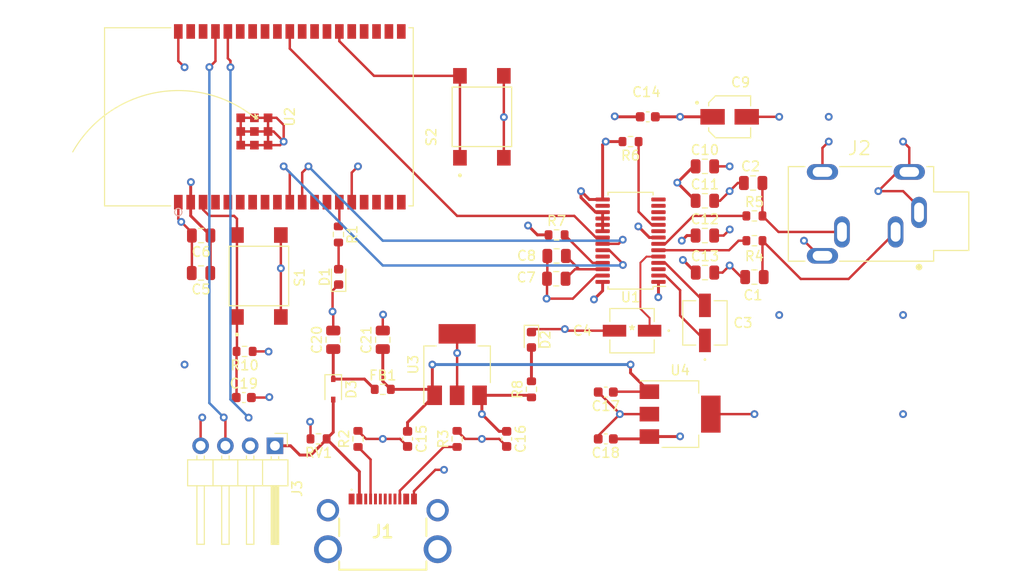
<source format=kicad_pcb>
(kicad_pcb (version 20211014) (generator pcbnew)
  (title_block (title "ESP32 Network DAC") (date "2022-11-06") (rev "0.1") (company "Pavlos Papaefstathiou"))
  (layers (0 "F.Cu" signal) (1 "In1.Cu" power) (2 "In2.Cu" signal) (3 "In3.Cu" power) (4 "In4.Cu" power) (31 "B.Cu" signal) (34 "B.Paste" user) (35 "F.Paste" user) (36 "B.SilkS" user "B.Silkscreen") (37 "F.SilkS" user "F.Silkscreen") (38 "B.Mask" user) (39 "F.Mask" user) (44 "Edge.Cuts" user))
  (net 0 "")
  (net 1 "GND")
  (net 2 "Net-(C1-Pad2)")
  (net 3 "Net-(C2-Pad1)")
  (net 4 "Net-(C3-Pad1)")
  (net 5 "Net-(C3-Pad2)")
  (net 6 "Net-(C4-Pad1)")
  (net 7 "+3V3")
  (net 8 "Net-(C7-Pad1)")
  (net 9 "+3.3VA")
  (net 10 "VBUS_FILT")
  (net 11 "RESET")
  (net 12 "/VBUS_RP")
  (net 13 "Net-(D1-Pad2)")
  (net 14 "Net-(D2-Pad2)")
  (net 15 "VBUS")
  (net 16 "Net-(J1-PadA5)")
  (net 20 "Net-(J1-PadB5)")
  (net 28 "ESP32_Tx")
  (net 29 "ESP32_Rx")
  (net 30 "/GPIO12")
  (net 31 "Net-(R4-Pad2)")
  (net 32 "Net-(R5-Pad1)")
  (net 33 "Net-(R6-Pad1)")
  (net 34 "Net-(R7-Pad2)")
  (net 35 "GPIO0")
  (net 37 "PCM_BCK")
  (net 38 "PCM_DIN")
  (net 39 "PCM_LRCK")
  (footprint "Resistor_SMD:R_0603_1608Metric" (layer "F.Cu") (at 154.94 111.76 180)
    (fp_text reference "R4")
    (fp_text value "470Ω" hide)
  )
  (footprint "Resistor_SMD:R_0603_1608Metric" (layer "F.Cu") (at 110.256081 132.074843 180)
    (fp_text reference "RV1")
    (fp_text value "CG0603MLU-05E" hide)
  )
  (footprint "library:CUI_SJ1-3533NS" (layer "F.Cu") (at 171.815 108.8625 180)
    (fp_text reference "J2")
    (fp_text value "SJ1-3533NS" hide)
  )
  (footprint "library:CAP_EEEFN1A100R" (layer "F.Cu") (at 152.4 99.06)
    (fp_text reference "C9")
    (fp_text value "10uF EEEFN1A100R")
  )
  (footprint "Connector_PinHeader_2.54mm:PinHeader_1x04_P2.54mm_Horizontal" (layer "F.Cu") (at 105.785207 132.785 -90)
    (fp_text reference "J3")
    (fp_text value "Conn_01x04_Male" hide)
  )
  (footprint "Package_TO_SOT_SMD:SOT-223-3_TabPin2" (layer "F.Cu") (at 124.46 124.46 90)
    (fp_text reference "U3")
    (fp_text value "MCP1825S")
  )
  (footprint "Capacitor_SMD:C_0805_2012Metric" (layer "F.Cu") (at 149.86 111.232691)
    (fp_text reference "C12")
    (fp_text value "0.1uF" hide)
  )
  (footprint "Capacitor_SMD:C_0805_2012Metric" (layer "F.Cu") (at 116.84 121.92 90)
    (fp_text reference "C21")
    (fp_text value "0.1uF")
  )
  (footprint "Resistor_SMD:R_0603_1608Metric" (layer "F.Cu") (at 102.673203 123.11011 180)
    (fp_text reference "R10")
    (fp_text value "100kΩ" hide)
  )
  (footprint "Capacitor_SMD:C_0805_2012Metric" (layer "F.Cu") (at 134.658248 113.324666 180)
    (fp_text reference "C8")
    (fp_text value "0.1uF" hide)
  )
  (footprint "Capacitor_SMD:C_0603_1608Metric" (layer "F.Cu") (at 144.005 99.06 180)
    (fp_text reference "C14")
    (fp_text value "1uF" hide)
  )
  (footprint "Capacitor_SMD:C_0603_1608Metric" (layer "F.Cu") (at 102.593295 127.839731)
    (fp_text reference "C19")
    (fp_text value "1uF" hide)
  )
  (footprint "Capacitor_SMD:C_0603_1608Metric" (layer "F.Cu") (at 129.54 132.08 -90)
    (fp_text reference "C16")
    (fp_text value "1uF")
  )
  (footprint "Resistor_SMD:R_0603_1608Metric" (layer "F.Cu") (at 134.658248 111.163632)
    (fp_text reference "R7")
    (fp_text value "1kΩ" hide)
  )
  (footprint "library:SW_TS07-667-37-BK-260-SMT-TR" (layer "F.Cu") (at 104.14 115.379384 90)
    (fp_text reference "S1")
    (fp_text value "TS07")
  )
  (footprint "Resistor_SMD:R_0603_1608Metric" (layer "F.Cu") (at 132.08 127 90)
    (fp_text reference "R8")
    (fp_text value "2k")
  )
  (footprint "library:ESP32-WROVER-EM213EH2864PH3Q0" (layer "F.Cu") (at 104.14 99.06 90)
    (fp_text reference "U2")
    (fp_text value "ESP32-WROVER-EM213EH2864PH3Q0" hide)
  )
  (footprint "Capacitor_SMD:C_0805_2012Metric" (layer "F.Cu") (at 98.220638 111.23007 180)
    (fp_text reference "C6")
    (fp_text value "0.1uF" hide)
  )
  (footprint "Resistor_SMD:R_0603_1608Metric" (layer "F.Cu") (at 142.24 101.6 180)
    (fp_text reference "R6")
    (fp_text value "10Ω" hide)
  )
  (footprint "Capacitor_SMD:C_0805_2012Metric" (layer "F.Cu") (at 149.86 104.14)
    (fp_text reference "C10")
    (fp_text value "0.1uF" hide)
  )
  (footprint "Resistor_SMD:R_0603_1608Metric" (layer "F.Cu") (at 154.94 109.22)
    (fp_text reference "R5")
    (fp_text value "470Ω" hide)
  )
  (footprint "Capacitor_SMD:C_0805_2012Metric" (layer "F.Cu") (at 149.86 107.668353)
    (fp_text reference "C11")
    (fp_text value "10uF" hide)
  )
  (footprint "Resistor_SMD:R_0603_1608Metric" (layer "F.Cu") (at 124.46 132.08 90)
    (fp_text reference "R3")
    (fp_text value "5k1")
  )
  (footprint "Capacitor_SMD:C_0603_1608Metric" (layer "F.Cu") (at 119.38 132.08 -90)
    (fp_text reference "C15")
    (fp_text value "1uF")
  )
  (footprint "library:USB4510031A" (layer "F.Cu") (at 116.84 142.24)
    (fp_text reference "J1")
    (fp_text value "USB4510-03-1-A" hide)
  )
  (footprint "Capacitor_SMD:C_0805_2012Metric" (layer "F.Cu") (at 149.871976 115.030151)
    (fp_text reference "C13")
    (fp_text value "0.1uF" hide)
  )
  (footprint "Diode_SMD:D_SOD-323" (layer "F.Cu") (at 111.76 127 -90)
    (fp_text reference "D3")
    (fp_text value "BAT165AX" hide)
  )
  (footprint "Capacitor_SMD:C_0805_2012Metric" (layer "F.Cu") (at 154.808584 105.845613 180)
    (fp_text reference "C2")
    (fp_text value "2.2nF" hide)
  )
  (footprint "Capacitor_SMD:C_0805_2012Metric" (layer "F.Cu") (at 154.939999 115.491049)
    (fp_text reference "C1")
    (fp_text value "2.2nF" hide)
  )
  (footprint "Capacitor_SMD:C_0805_2012Metric" (layer "F.Cu") (at 111.76 121.92 90)
    (fp_text reference "C20")
    (fp_text value "0.1uF")
  )
  (footprint "Resistor_SMD:R_0603_1608Metric" (layer "F.Cu") (at 112.294094 111.119086 -90)
    (fp_text reference "R1")
    (fp_text value "2k")
  )
  (footprint "Capacitor_SMD:C_0805_2012Metric" (layer "F.Cu") (at 98.204648 115.076472 180)
    (fp_text reference "C5")
    (fp_text value "10uF" hide)
  )
  (footprint "Capacitor_SMD:C_0603_1608Metric" (layer "F.Cu") (at 139.7 127.28 180)
    (fp_text reference "C17")
    (fp_text value "1uF")
  )
  (footprint "library:SW_TS07-667-37-BK-260-SMT-TR" (layer "F.Cu") (at 127 99.06 90)
    (fp_text reference "S2")
    (fp_text value "TS07")
  )
  (footprint "LED_SMD:LED_0603_1608Metric" (layer "F.Cu") (at 132.08 121.92 -90)
    (fp_text reference "D2")
    (fp_text value "LED_R")
  )
  (footprint "Resistor_SMD:R_0603_1608Metric" (layer "F.Cu") (at 116.84 127)
    (fp_text reference "FB1")
    (fp_text value "120R")
  )
  (footprint "Resistor_SMD:R_0603_1608Metric" (layer "F.Cu") (at 114.3 132.08 90)
    (fp_text reference "R2")
    (fp_text value "5k1")
  )
  (footprint "Package_TO_SOT_SMD:SOT-223-3_TabPin2" (layer "F.Cu") (at 147.32 129.54)
    (fp_text reference "U4")
    (fp_text value "MCP1825S")
  )
  (footprint "Capacitor_SMD:C_0805_2012Metric" (layer "F.Cu") (at 134.626266 115.660116 180)
    (fp_text reference "C7")
    (fp_text value "10uF" hide)
  )
  (footprint "Capacitor_SMD:C_0603_1608Metric" (layer "F.Cu") (at 139.7 132.08 180)
    (fp_text reference "C18")
    (fp_text value "1uF")
  )
  (footprint "library:UUQ1H2R2MCL1GB" (layer "F.Cu") (at 149.865689 120.188375 90)
    (fp_text reference "C3")
    (fp_text value "2.2uF UUQ1H2R2MCL1GB" hide)
  )
  (footprint "library:UUQ1H2R2MCL1GB" (layer "F.Cu") (at 142.394118 120.98704 180)
    (fp_text reference "C4")
    (fp_text value "2.2uF UUQ1H2R2MCL1GB" hide)
  )
  (footprint "Package_SO:TSSOP-28_4.4x9.7mm_P0.65mm" (layer "F.Cu") (at 142.24 111.76 180)
    (fp_text reference "U1")
    (fp_text value "PCM5122PW")
  )
  (footprint "LED_SMD:LED_0603_1608Metric" (layer "F.Cu") (at 112.311715 115.468814 90)
    (fp_text reference "D1")
    (fp_text value "LED_R")
  )
  (segment (start 139.7 101.6) (end 139.3775 101.9225) (width 0.3) (layer "F.Cu") (net 1))
  (segment (start 102.277268 101.964289) (end 102.277215 101.964236) (width 0.25) (layer "F.Cu") (net 1))
  (segment (start 98.165207 132.785) (end 98.165207 130.050702) (width 0.25) (layer "F.Cu") (net 1))
  (segment (start 139.3775 101.9225) (end 139.3775 107.535) (width 0.3) (layer "F.Cu") (net 1))
  (segment (start 106.315764 101.964236) (end 106.68 101.6) (width 0.25) (layer "F.Cu") (net 1))
  (segment (start 151.669849 115.030151) (end 152.4 114.3) (width 0.25) (layer "F.Cu") (net 1))
  (segment (start 137.16 107.341396) (end 137.16 106.68) (width 0.3) (layer "F.Cu") (net 1))
  (segment (start 124.46 131.255) (end 125.285 132.08) (width 0.25) (layer "F.Cu") (net 1))
  (segment (start 161.915 113.3125) (end 161.5725 113.3125) (width 0.25) (layer "F.Cu") (net 1))
  (segment (start 133.708248 115.628134) (end 133.676266 115.660116) (width 0.25) (layer "F.Cu") (net 1))
  (segment (start 102.277215 100.564188) (end 102.277215 99.16414) (width 0.25) (layer "F.Cu") (net 1))
  (segment (start 97.270638 111.23007) (end 97.270638 110.923867) (width 0.25) (layer "F.Cu") (net 1))
  (segment (start 106.39 114.59) (end 106.39 111.179384) (width 0.25) (layer "F.Cu") (net 1))
  (segment (start 103.677212 100.56429) (end 105.077234 100.56429) (width 0.25) (layer "F.Cu") (net 1))
  (segment (start 116.84 120.97) (end 116.84 119.367567) (width 0.25) (layer "F.Cu") (net 1))
  (segment (start 138.925 127.28) (end 141.142707 129.497707) (width 0.25) (layer "F.Cu") (net 1))
  (segment (start 111.76 120.97) (end 111.76 119.093069) (width 0.25) (layer "F.Cu") (net 1))
  (segment (start 132.388819 120.823681) (end 135.505039 120.823681) (width 0.25) (layer "F.Cu") (net 1))
  (segment (start 103.368295 127.839731) (end 105.162476 127.839731) (width 0.25) (layer "F.Cu") (net 1))
  (segment (start 102.277215 99.16414) (end 103.677062 99.16414) (width 0.25) (layer "F.Cu") (net 1))
  (segment (start 150.81 104.14) (end 152.4 104.14) (width 0.25) (layer "F.Cu") (net 1))
  (segment (start 105.947181 99.16414) (end 106.68 99.896959) (width 0.25) (layer "F.Cu") (net 1))
  (segment (start 169.6075 104.7125) (end 167.64 106.68) (width 0.25) (layer "F.Cu") (net 1))
  (segment (start 129.25 99.090905) (end 129.25 94.86) (width 0.25) (layer "F.Cu") (net 1))
  (segment (start 144.17 129.54) (end 141.142707 129.54) (width 0.25) (layer "F.Cu") (net 1))
  (segment (start 139.3775 115.335) (end 138.688959 115.335) (width 0.25) (layer "F.Cu") (net 1))
  (segment (start 141.142707 129.497707) (end 141.142707 129.54) (width 0.25) (layer "F.Cu") (net 1))
  (segment (start 132.08 121.1325) (end 132.388819 120.823681) (width 0.25) (layer "F.Cu") (net 1))
  (segment (start 97.270638 115.060482) (end 97.270638 111.23007) (width 0.25) (layer "F.Cu") (net 1))
  (segment (start 113.657202 107.81) (end 113.657202 104.782798) (width 0.25) (layer "F.Cu") (net 1))
  (segment (start 143.23 99.06) (end 140.665894 99.06) (width 0.3) (layer "F.Cu") (net 1))
  (segment (start 105.077336 100.564188) (end 105.077336 101.964236) (width 0.25) (layer "F.Cu") (net 1))
  (segment (start 133.676266 117.658767) (end 133.632636 117.702397) (width 0.25) (layer "F.Cu") (net 1))
  (segment (start 150.47 129.54) (end 154.94 129.54) (width 0.25) (layer "F.Cu") (net 1))
  (segment (start 138.688959 115.335) (end 136.321562 117.702397) (width 0.25) (layer "F.Cu") (net 1))
  (segment (start 97.270638 110.923867) (end 96.175374 109.828603) (width 0.25) (layer "F.Cu") (net 1))
  (segment (start 105.644188 100.564188) (end 106.68 101.6) (width 0.25) (layer "F.Cu") (net 1))
  (segment (start 116.84 119.367567) (end 116.871204 119.336363) (width 0.25) (layer "F.Cu") (net 1))
  (segment (start 150.81 111.232691) (end 151.78657 111.232691) (width 0.25) (layer "F.Cu") (net 1))
  (segment (start 171.815 108.315) (end 170.18 106.68) (width 0.25) (layer "F.Cu") (net 1))
  (segment (start 111.691249 116.87678) (end 112.311715 116.256314) (width 0.25) (layer "F.Cu") (net 1))
  (segment (start 109.431081 132.074843) (end 109.431081 130.356593) (width 0.25) (layer "F.Cu") (net 1))
  (segment (start 153.858584 105.845613) (end 153.234387 105.845613) (width 0.25) (layer "F.Cu") (net 1))
  (segment (start 105.077336 101.964236) (end 103.677265 101.964236) (width 0.25) (layer "F.Cu") (net 1))
  (segment (start 129.253295 99.0942) (end 129.25 99.090905) (width 0.25) (layer "F.Cu") (net 1))
  (segment (start 153.989999 115.491049) (end 153.591049 115.491049) (width 0.25) (layer "F.Cu") (net 1))
  (segment (start 95.877202 107.81) (end 95.877202 109.530431) (width 0.25) (layer "F.Cu") (net 1))
  (segment (start 129.25 99.097495) (end 129.25 103.26) (width 0.25) (layer "F.Cu") (net 1))
  (segment (start 119.38 132.855) (end 118.605 132.08) (width 0.25) (layer "F.Cu") (net 1))
  (segment (start 139.3775 108.835) (end 139.3775 110.785) (width 0.3) (layer "F.Cu") (net 1))
  (segment (start 151.78657 111.232691) (end 152.410147 110.609114) (width 0.25) (layer "F.Cu") (net 1))
  (segment (start 170.18 106.68) (end 167.64 106.68) (width 0.25) (layer "F.Cu") (net 1))
  (segment (start 161.915 104.7125) (end 161.915 102.245) (width 0.25) (layer "F.Cu") (net 1))
  (segment (start 129.54 132.855) (end 128.765 132.08) (width 0.25) (layer "F.Cu") (net 1))
  (segment (start 139.3775 108.835) (end 138.653604 108.835) (width 0.3) (layer "F.Cu") (net 1))
  (segment (start 102.277215 100.564188) (end 103.67711 100.564188) (width 0.25) (layer "F.Cu") (net 1))
  (segment (start 151.411647 107.668353) (end 152.4 106.68) (width 0.25) (layer "F.Cu") (net 1))
  (segment (start 111.691249 119.024318) (end 111.691249 116.87678) (width 0.25) (layer "F.Cu") (net 1))
  (segment (start 95.877202 90.31) (end 95.877202 93.337202) (width 0.25) (layer "F.Cu") (net 1))
  (segment (start 115.125 132.08) (end 116.84 132.08) (width 0.25) (layer "F.Cu") (net 1))
  (segment (start 106.39 119.579384) (end 106.39 114.59) (width 0.25) (layer "F.Cu") (net 1))
  (segment (start 138.653604 108.835) (end 137.16 107.341396) (width 0.3) (layer "F.Cu") (net 1))
  (segment (start 124.46 123.282852) (end 124.465706 123.277146) (width 0.25) (layer "F.Cu") (net 1))
  (segment (start 95.877202 109.530431) (end 96.175374 109.828603) (width 0.25) (layer "F.Cu") (net 1))
  (segment (start 105.077336 101.964236) (end 106.315764 101.964236) (width 0.25) (layer "F.Cu") (net 1))
  (segment (start 114.3 131.255) (end 115.125 132.08) (width 0.25) (layer "F.Cu") (net 1))
  (segment (start 138.015 107.535) (end 137.16 106.68) (width 0.3) (layer "F.Cu") (net 1))
  (segment (start 161.5725 113.3125) (end 160.02 111.76) (width 0.25) (layer "F.Cu") (net 1))
  (segment (start 128.765 132.08) (end 127 132.08) (width 0.25) (layer "F.Cu") (net 1))
  (segment (start 140.665894 99.06) (end 140.618575 99.012681) (width 0.3) (layer "F.Cu") (net 1))
  (segment (start 105.077234 100.56429) (end 105.077336 100.564188) (width 0.25) (layer "F.Cu") (net 1))
  (segment (start 111.76 119.093069) (end 111.691249 119.024318) (width 0.25) (layer "F.Cu") (net 1))
  (segment (start 103.677265 101.964236) (end 103.677212 101.964289) (width 0.25) (layer "F.Cu") (net 1))
  (segment (start 135.668398 120.98704) (end 135.505039 120.823681) (width 0.25) (layer "F.Cu") (net 1))
  (segment (start 154.15 99.06) (end 157.48 99.06) (width 0.25) (layer "F.Cu") (net 1))
  (segment (start 153.591049 115.491049) (end 152.4 114.3) (width 0.25) (layer "F.Cu") (net 1))
  (segment (start 120.04 138.24) (end 120.04 137.44) (width 0.25) (layer "F.Cu") (net 1))
  (segment (start 138.925 132.08) (end 138.925 131.757707) (width 0.25) (layer "F.Cu") (net 1))
  (segment (start 103.67711 100.564188) (end 103.677212 100.56429) (width 0.25) (layer "F.Cu") (net 1))
  (segment (start 133.708248 113.324666) (end 133.708248 115.628134) (width 0.25) (layer "F.Cu") (net 1))
  (segment (start 171.815 108.8625) (end 171.815 108.315) (width 0.25) (layer "F.Cu") (net 1))
  (segment (start 139.7 101.6) (end 141.415 101.6) (width 0.3) (layer "F.Cu") (net 1))
  (segment (start 125.285 132.08) (end 127 132.08) (width 0.25) (layer "F.Cu") (net 1))
  (segment (start 109.431081 130.356593) (end 109.392079 130.317591) (width 0.25) (layer "F.Cu") (net 1))
  (segment (start 124.46 123.27144) (end 124.465706 123.277146) (width 0.25) (layer "F.Cu") (net 1))
  (segment (start 170.815 104.7125) (end 170.815 102.235) (width 0.25) (layer "F.Cu") (net 1))
  (segment (start 97.254648 115.076472) (end 97.270638 115.060482) (width 0.25) (layer "F.Cu") (net 1))
  (segment (start 103.677212 101.964289) (end 102.277268 101.964289) (width 0.25) (layer "F.Cu") (net 1))
  (segment (start 103.677062 99.16414) (end 103.677212 99.16429) (width 0.25) (layer "F.Cu") (net 1))
  (segment (start 129.253295 99.0942) (end 129.25 99.097495) (width 0.25) (layer "F.Cu") (net 1))
  (segment (start 138.925 131.757707) (end 141.142707 129.54) (width 0.25) (layer "F.Cu") (net 1))
  (segment (start 122.2314 135.2486) (end 123.120056 135.2486) (width 0.25) (layer "F.Cu") (net 1))
  (segment (start 150.821976 115.030151) (end 151.669849 115.030151) (width 0.25) (layer "F.Cu") (net 1))
  (segment (start 103.677212 99.16429) (end 105.077186 99.16429) (width 0.25) (layer "F.Cu") (net 1))
  (segment (start 105.077336 99.16414) (end 105.077336 100.564188) (width 0.25) (layer "F.Cu") (net 1))
  (segment (start 105.077336 99.16414) (end 105.947181 99.16414) (width 0.25) (layer "F.Cu") (net 1))
  (segment (start 95.877202 93.337202) (end 96.52 93.98) (width 0.25) (layer "F.Cu") (net 1))
  (segment (start 124.46 121.31) (end 124.46 123.27144) (width 0.25) (layer "F.Cu") (net 1))
  (segment (start 98.165207 130.050702) (end 98.330503 129.885406) (width 0.25) (layer "F.Cu") (net 1))
  (segment (start 113.657202 104.782798) (end 114.3 104.14) (width 0.25) (layer "F.Cu") (net 1))
  (segment (start 153.234387 105.845613) (end 152.4 106.68) (width 0.25) (layer "F.Cu") (net 1))
  (segment (start 105.162476 127.839731) (end 105.205484 127.796723) (width 0.25) (layer "F.Cu") (net 1))
  (segment (start 161.915 102.245) (end 162.56 101.6) (width 0.25) (layer "F.Cu") (net 1))
  (segment (start 140.595519 120.98704) (end 135.668398 120.98704) (width 0.25) (layer "F.Cu") (net 1))
  (segment (start 170.815 102.235) (end 170.18 101.6) (width 0.25) (layer "F.Cu") (net 1))
  (segment (start 150.81 107.668353) (end 151.411647 107.668353) (width 0.25) (layer "F.Cu") (net 1))
  (segment (start 106.68 99.896959) (end 106.68 101.6) (width 0.25) (layer "F.Cu") (net 1))
  (segment (start 102.277215 101.964236) (end 102.277215 100.564188) (width 0.25) (layer "F.Cu") (net 1))
  (segment (start 133.676266 115.660116) (end 133.676266 117.658767) (width 0.25) (layer "F.Cu") (net 1))
  (segment (start 170.815 104.7125) (end 169.6075 104.7125) (width 0.25) (layer "F.Cu") (net 1))
  (segment (start 120.04 137.44) (end 122.2314 135.2486) (width 0.25) (layer "F.Cu") (net 1))
  (segment (start 105.077186 99.16429) (end 105.077336 99.16414) (width 0.25) (layer "F.Cu") (net 1))
  (segment (start 105.077336 100.564188) (end 105.644188 100.564188) (width 0.25) (layer "F.Cu") (net 1))
  (segment (start 124.46 127.61) (end 124.46 123.282852) (width 0.25) (layer "F.Cu") (net 1))
  (segment (start 118.605 132.08) (end 116.84 132.08) (width 0.25) (layer "F.Cu") (net 1))
  (segment (start 136.321562 117.702397) (end 133.632636 117.702397) (width 0.25) (layer "F.Cu") (net 1))
  (segment (start 139.3775 107.535) (end 138.015 107.535) (width 0.3) (layer "F.Cu") (net 1))
  (via (at 160.02 111.76) (size 0.8) (drill 0.4) (layers "F.Cu" "B.Cu") (net 1))
  (via (at 167.64 106.68) (size 0.8) (drill 0.4) (layers "F.Cu" "B.Cu") (net 1))
  (via (at 123.120056 135.2486) (size 0.8) (drill 0.4) (layers "F.Cu" "B.Cu") (net 1))
  (via (at 154.94 129.54) (size 0.8) (drill 0.4) (layers "F.Cu" "B.Cu") (net 1))
  (via (at 127 132.08) (size 0.8) (drill 0.4) (layers "F.Cu" "B.Cu") (net 1))
  (via (at 116.871204 119.336363) (size 0.8) (drill 0.4) (layers "F.Cu" "B.Cu") (net 1))
  (via (at 152.4 106.68) (size 0.8) (drill 0.4) (layers "F.Cu" "B.Cu") (net 1))
  (via (at 133.632636 117.702397) (size 0.8) (drill 0.4) (layers "F.Cu" "B.Cu") (net 1))
  (via (at 139.7 101.6) (size 0.8) (drill 0.4) (layers "F.Cu" "B.Cu") (net 1))
  (via (at 105.205484 127.796723) (size 0.8) (drill 0.4) (layers "F.Cu" "B.Cu") (net 1))
  (via (at 137.16 106.68) (size 0.8) (drill 0.4) (layers "F.Cu" "B.Cu") (net 1))
  (via (at 124.465706 123.277146) (size 0.8) (drill 0.4) (layers "F.Cu" "B.Cu") (net 1))
  (via (at 106.39 114.59) (size 0.8) (drill 0.4) (layers "F.Cu" "B.Cu") (net 1))
  (via (at 109.392079 130.317591) (size 0.8) (drill 0.4) (layers "F.Cu" "B.Cu") (net 1))
  (via (at 141.142707 129.54) (size 0.8) (drill 0.4) (layers "F.Cu" "B.Cu") (net 1))
  (via (at 170.18 129.54) (size 0.8) (drill 0.4) (layers "F.Cu" "B.Cu") (net 1))
  (via (at 106.68 101.6) (size 0.8) (drill 0.4) (layers "F.Cu" "B.Cu") (net 1))
  (via (at 111.691249 119.024318) (size 0.8) (drill 0.4) (layers "F.Cu" "B.Cu") (net 1))
  (via (at 96.52 124.46) (size 0.8) (drill 0.4) (layers "F.Cu" "B.Cu") (net 1))
  (via (at 140.618575 99.012681) (size 0.8) (drill 0.4) (layers "F.Cu" "B.Cu") (net 1))
  (via (at 162.56 99.06) (size 0.8) (drill 0.4) (layers "F.Cu" "B.Cu") (net 1))
  (via (at 152.410147 110.609114) (size 0.8) (drill 0.4) (layers "F.Cu" "B.Cu") (net 1))
  (via (at 98.330503 129.885406) (size 0.8) (drill 0.4) (layers "F.Cu" "B.Cu") (net 1))
  (via (at 96.175374 109.828603) (size 0.8) (drill 0.4) (layers "F.Cu" "B.Cu") (net 1))
  (via (at 162.56 101.6) (size 0.8) (drill 0.4) (layers "F.Cu" "B.Cu") (net 1))
  (via (at 152.4 104.14) (size 0.8) (drill 0.4) (layers "F.Cu" "B.Cu") (net 1))
  (via (at 157.48 119.38) (size 0.8) (drill 0.4) (layers "F.Cu" "B.Cu") (net 1))
  (via (at 135.505039 120.823681) (size 0.8) (drill 0.4) (layers "F.Cu" "B.Cu") (net 1))
  (via (at 96.52 93.98) (size 0.8) (drill 0.4) (layers "F.Cu" "B.Cu") (net 1))
  (via (at 116.84 132.08) (size 0.8) (drill 0.4) (layers "F.Cu" "B.Cu") (net 1))
  (via (at 157.48 99.06) (size 0.8) (drill 0.4) (layers "F.Cu" "B.Cu") (net 1))
  (via (at 152.4 114.3) (size 0.8) (drill 0.4) (layers "F.Cu" "B.Cu") (net 1))
  (via (at 170.18 119.38) (size 0.8) (drill 0.4) (layers "F.Cu" "B.Cu") (net 1))
  (via (at 114.3 104.14) (size 0.8) (drill 0.4) (layers "F.Cu" "B.Cu") (net 1))
  (via (at 129.253295 99.0942) (size 0.8) (drill 0.4) (layers "F.Cu" "B.Cu") (net 1))
  (via (at 170.18 101.6) (size 0.8) (drill 0.4) (layers "F.Cu" "B.Cu") (net 1))
  (segment (start 155.765 111.76) (end 159.686286 115.681286) (width 0.25) (layer "F.Cu") (net 2))
  (segment (start 155.765 115.36605) (end 155.765 111.76) (width 0.25) (layer "F.Cu") (net 2))
  (segment (start 155.889999 115.491049) (end 155.765 115.36605) (width 0.25) (layer "F.Cu") (net 2))
  (segment (start 164.596214 115.681286) (end 169.415 110.8625) (width 0.25) (layer "F.Cu") (net 2))
  (segment (start 159.686286 115.681286) (end 164.596214 115.681286) (width 0.25) (layer "F.Cu") (net 2))
  (segment (start 155.758584 109.213584) (end 155.765 109.22) (width 0.25) (layer "F.Cu") (net 3))
  (segment (start 157.4075 110.8625) (end 163.915 110.8625) (width 0.25) (layer "F.Cu") (net 3))
  (segment (start 155.758584 105.845613) (end 155.758584 109.213584) (width 0.25) (layer "F.Cu") (net 3))
  (segment (start 155.765 109.22) (end 157.4075 110.8625) (width 0.25) (layer "F.Cu") (net 3))
  (segment (start 147.32 119.441285) (end 149.865689 121.986974) (width 0.25) (layer "F.Cu") (net 4))
  (segment (start 145.815 115.335) (end 147.32 116.84) (width 0.25) (layer "F.Cu") (net 4))
  (segment (start 147.32 116.84) (end 147.32 119.441285) (width 0.25) (layer "F.Cu") (net 4))
  (segment (start 145.1025 115.335) (end 145.815 115.335) (width 0.25) (layer "F.Cu") (net 4))
  (segment (start 145.1025 114.035) (end 145.791041 114.035) (width 0.25) (layer "F.Cu") (net 5))
  (segment (start 145.791041 114.035) (end 149.865689 118.109648) (width 0.25) (layer "F.Cu") (net 5))
  (segment (start 149.865689 118.109648) (end 149.865689 118.389776) (width 0.25) (layer "F.Cu") (net 5))
  (segment (start 145.1025 113.385) (end 145.093892 113.393608) (width 0.2) (layer "F.Cu") (net 6))
  (segment (start 143.873054 113.393608) (end 143.251149 114.015513) (width 0.2) (layer "F.Cu") (net 6))
  (segment (start 145.093892 113.393608) (end 143.873054 113.393608) (width 0.2) (layer "F.Cu") (net 6))
  (segment (start 143.251149 114.015513) (end 143.251149 118.744584) (width 0.2) (layer "F.Cu") (net 6))
  (segment (start 144.192717 119.686152) (end 144.192717 120.98704) (width 0.2) (layer "F.Cu") (net 6))
  (segment (start 143.251149 118.744584) (end 144.192717 119.686152) (width 0.2) (layer "F.Cu") (net 6))
  (segment (start 99.170638 111.23007) (end 97.147202 109.206634) (width 0.3) (layer "F.Cu") (net 7))
  (segment (start 126.76 127.61) (end 131.865 127.61) (width 0.3) (layer "F.Cu") (net 7))
  (segment (start 97.147202 107.81) (end 97.147202 105.771246) (width 0.3) (layer "F.Cu") (net 7))
  (segment (start 99.154648 115.076472) (end 99.154648 111.24606) (width 0.3) (layer "F.Cu") (net 7))
  (segment (start 97.147202 105.771246) (end 97.167795 105.750653) (width 0.3) (layer "F.Cu") (net 7))
  (segment (start 99.154648 111.24606) (end 99.170638 111.23007) (width 0.3) (layer "F.Cu") (net 7))
  (segment (start 131.865 127.61) (end 132.08 127.825) (width 0.3) (layer "F.Cu") (net 7))
  (segment (start 133.833248 111.163632) (end 132.69041 111.163632) (width 0.3) (layer "F.Cu") (net 7))
  (segment (start 132.69041 111.163632) (end 131.732593 110.205815) (width 0.3) (layer "F.Cu") (net 7))
  (segment (start 139.3775 116.89431) (end 138.491139 117.780671) (width 0.3) (layer "F.Cu") (net 7))
  (segment (start 103.498203 123.11011) (end 105.114536 123.11011) (width 0.25) (layer "F.Cu") (net 7))
  (segment (start 127 129.54) (end 127 127.85) (width 0.3) (layer "F.Cu") (net 7))
  (segment (start 127 129.54) (end 128.765 131.305) (width 0.3) (layer "F.Cu") (net 7))
  (segment (start 128.765 131.305) (end 129.54 131.305) (width 0.3) (layer "F.Cu") (net 7))
  (segment (start 139.3775 115.985) (end 139.3775 116.89431) (width 0.3) (layer "F.Cu") (net 7))
  (segment (start 127 127.85) (end 126.76 127.61) (width 0.3) (layer "F.Cu") (net 7))
  (segment (start 105.114536 123.11011) (end 105.134149 123.129723) (width 0.25) (layer "F.Cu") (net 7))
  (segment (start 97.147202 109.206634) (end 97.147202 107.81) (width 0.3) (layer "F.Cu") (net 7))
  (via (at 138.491139 117.780671) (size 0.8) (drill 0.4) (layers "F.Cu" "B.Cu") (net 7))
  (via (at 105.134149 123.129723) (size 0.8) (drill 0.4) (layers "F.Cu" "B.Cu") (net 7))
  (via (at 131.732593 110.205815) (size 0.8) (drill 0.4) (layers "F.Cu" "B.Cu") (net 7))
  (via (at 127 129.54) (size 0.8) (drill 0.4) (layers "F.Cu" "B.Cu") (net 7))
  (via (at 97.167795 105.750653) (size 0.8) (drill 0.4) (layers "F.Cu" "B.Cu") (net 7))
  (segment (start 139.3775 114.685) (end 136.968582 114.685) (width 0.25) (layer "F.Cu") (net 8))
  (segment (start 139.3775 114.685) (end 136.551382 114.685) (width 0.25) (layer "F.Cu") (net 8))
  (segment (start 136.551382 114.685) (end 135.576266 115.660116) (width 0.25) (layer "F.Cu") (net 8))
  (segment (start 136.968582 114.685) (end 135.608248 113.324666) (width 0.25) (layer "F.Cu") (net 8))
  (segment (start 144.173691 111.435) (end 143.03544 110.296749) (width 0.3) (layer "F.Cu") (net 9))
  (segment (start 145.085604 117.555164) (end 145.1025 117.538268) (width 0.3) (layer "F.Cu") (net 9))
  (segment (start 148.891057 107.668353) (end 147.030659 105.807955) (width 0.3) (layer "F.Cu") (net 9))
  (segment (start 148.91 107.668353) (end 148.891057 107.668353) (width 0.3) (layer "F.Cu") (net 9))
  (segment (start 140.475 132.08) (end 144.78 132.08) (width 0.3) (layer "F.Cu") (net 9))
  (segment (start 147.630927 113.739102) (end 148.921976 115.030151) (width 0.3) (layer "F.Cu") (net 9))
  (segment (start 148.698614 104.14) (end 147.030659 105.807955) (width 0.3) (layer "F.Cu") (net 9))
  (segment (start 145.1025 117.538268) (end 145.1025 115.985) (width 0.3) (layer "F.Cu") (net 9))
  (segment (start 148.91 104.14) (end 148.698614 104.14) (width 0.3) (layer "F.Cu") (net 9))
  (segment (start 148.020422 111.232691) (end 148.91 111.232691) (width 0.3) (layer "F.Cu") (net 9))
  (segment (start 147.60574 113.739102) (end 147.630927 113.739102) (width 0.3) (layer "F.Cu") (net 9))
  (segment (start 147.32 99.06) (end 150.65 99.06) (width 0.3) (layer "F.Cu") (net 9))
  (segment (start 147.32 131.818275) (end 147.298275 131.84) (width 0.3) (layer "F.Cu") (net 9))
  (segment (start 145.1025 111.435) (end 144.173691 111.435) (width 0.3) (layer "F.Cu") (net 9))
  (segment (start 144.78 99.06) (end 147.32 99.06) (width 0.3) (layer "F.Cu") (net 9))
  (segment (start 147.493113 111.76) (end 148.020422 111.232691) (width 0.3) (layer "F.Cu") (net 9))
  (segment (start 147.298275 131.84) (end 144.17 131.84) (width 0.3) (layer "F.Cu") (net 9))
  (via (at 147.32 131.818275) (size 0.8) (drill 0.4) (layers "F.Cu" "B.Cu") (net 9))
  (via (at 147.030659 105.807955) (size 0.8) (drill 0.4) (layers "F.Cu" "B.Cu") (net 9))
  (via (at 145.085604 117.555164) (size 0.8) (drill 0.4) (layers "F.Cu" "B.Cu") (net 9))
  (via (at 147.493113 111.76) (size 0.8) (drill 0.4) (layers "F.Cu" "B.Cu") (net 9))
  (via (at 147.32 99.06) (size 0.8) (drill 0.4) (layers "F.Cu" "B.Cu") (net 9))
  (via (at 143.03544 110.296749) (size 0.8) (drill 0.4) (layers "F.Cu" "B.Cu") (net 9))
  (via (at 147.60574 113.739102) (size 0.8) (drill 0.4) (layers "F.Cu" "B.Cu") (net 9))
  (segment (start 121.92 124.46) (end 121.92 127) (width 0.3) (layer "F.Cu") (net 10))
  (segment (start 140.475 127.28) (end 140.515 127.24) (width 0.25) (layer "F.Cu") (net 10))
  (segment (start 116.84 126.175) (end 116.84 122.87) (width 0.3) (layer "F.Cu") (net 10))
  (segment (start 140.515 127.24) (end 144.17 127.24) (width 0.25) (layer "F.Cu") (net 10))
  (segment (start 122.16 127.61) (end 119.38 130.39) (width 0.3) (layer "F.Cu") (net 10))
  (segment (start 117.665 127) (end 116.84 126.175) (width 0.3) (layer "F.Cu") (net 10))
  (segment (start 117.665 127) (end 121.92 127) (width 0.3) (layer "F.Cu") (net 10))
  (segment (start 119.38 130.39) (end 119.38 131.305) (width 0.3) (layer "F.Cu") (net 10))
  (segment (start 142.24 124.46) (end 142.24 125.31) (width 0.3) (layer "F.Cu") (net 10))
  (segment (start 142.24 125.31) (end 144.17 127.24) (width 0.3) (layer "F.Cu") (net 10))
  (via (at 142.24 124.46) (size 0.8) (drill 0.4) (layers "F.Cu" "B.Cu") (net 10))
  (via (at 121.92 124.46) (size 0.8) (drill 0.4) (layers "F.Cu" "B.Cu") (net 10))
  (segment (start 142.24 124.46) (end 121.92 124.46) (width 0.3) (layer "B.Cu") (net 10))
  (segment (start 98.417202 107.81) (end 98.417202 108.577202) (width 0.25) (layer "F.Cu") (net 11))
  (segment (start 101.6 109.22) (end 101.89 109.51) (width 0.25) (layer "F.Cu") (net 11))
  (segment (start 101.89 109.51) (end 101.89 111.179384) (width 0.25) (layer "F.Cu") (net 11))
  (segment (start 101.848203 123.11011) (end 101.848203 127.809823) (width 0.25) (layer "F.Cu") (net 11))
  (segment (start 101.848203 127.809823) (end 101.818295 127.839731) (width 0.25) (layer "F.Cu") (net 11))
  (segment (start 99.06 109.22) (end 101.6 109.22) (width 0.25) (layer "F.Cu") (net 11))
  (segment (start 98.417202 108.577202) (end 99.06 109.22) (width 0.25) (layer "F.Cu") (net 11))
  (segment (start 101.818295 123.140018) (end 101.848203 123.11011) (width 0.3) (layer "F.Cu") (net 11))
  (segment (start 101.89 119.579384) (end 101.89 123.068313) (width 0.25) (layer "F.Cu") (net 11))
  (segment (start 101.89 123.068313) (end 101.848203 123.11011) (width 0.25) (layer "F.Cu") (net 11))
  (segment (start 101.89 119.579384) (end 101.89 111.179384) (width 0.25) (layer "F.Cu") (net 11))
  (segment (start 114.965 125.95) (end 116.015 127) (width 0.3) (layer "F.Cu") (net 12))
  (segment (start 111.76 125.95) (end 114.965 125.95) (width 0.3) (layer "F.Cu") (net 12))
  (segment (start 111.76 125.95) (end 111.76 122.87) (width 0.3) (layer "F.Cu") (net 12))
  (segment (start 112.311715 111.961707) (end 112.311715 114.681314) (width 0.25) (layer "F.Cu") (net 13))
  (segment (start 112.294094 111.944086) (end 112.311715 111.961707) (width 0.25) (layer "F.Cu") (net 13))
  (segment (start 132.08 126.175) (end 132.08 122.7075) (width 0.3) (layer "F.Cu") (net 14))
  (segment (start 111.081081 132.074843) (end 111.76 131.395924) (width 0.3) (layer "F.Cu") (net 15))
  (segment (start 105.785207 132.785) (end 107.385 132.785) (width 0.3) (layer "F.Cu") (net 15))
  (segment (start 114.44 135.433762) (end 111.081081 132.074843) (width 0.3) (layer "F.Cu") (net 15))
  (segment (start 111.081081 132.119772) (end 111.081081 132.074843) (width 0.3) (layer "F.Cu") (net 15))
  (segment (start 111.76 131.395924) (end 111.76 128.05) (width 0.3) (layer "F.Cu") (net 15))
  (segment (start 108.332404 133.732404) (end 109.468449 133.732404) (width 0.3) (layer "F.Cu") (net 15))
  (segment (start 109.468449 133.732404) (end 111.081081 132.119772) (width 0.3) (layer "F.Cu") (net 15))
  (segment (start 114.44 138.24) (end 114.44 135.433762) (width 0.3) (layer "F.Cu") (net 15))
  (segment (start 107.385 132.785) (end 108.332404 133.732404) (width 0.3) (layer "F.Cu") (net 15))
  (segment (start 115.59 134.195) (end 115.59 138.24) (width 0.25) (layer "F.Cu") (net 16))
  (segment (start 114.3 132.905) (end 115.59 134.195) (width 0.25) (layer "F.Cu") (net 16))
  (segment (start 123.075 132.905) (end 118.59 137.39) (width 0.25) (layer "F.Cu") (net 20))
  (segment (start 124.46 132.905) (end 123.075 132.905) (width 0.25) (layer "F.Cu") (net 20))
  (segment (start 118.59 137.39) (end 118.59 138.24) (width 0.25) (layer "F.Cu") (net 20))
  (segment (start 99.687202 93.352798) (end 99.06 93.98) (width 0.25) (layer "F.Cu") (net 28))
  (segment (start 100.705207 132.785) (end 100.705207 130.048026) (width 0.25) (layer "F.Cu") (net 28))
  (segment (start 99.687202 90.31) (end 99.687202 93.352798) (width 0.25) (layer "F.Cu") (net 28))
  (segment (start 100.705207 130.048026) (end 100.537258 129.880077) (width 0.25) (layer "F.Cu") (net 28))
  (via (at 100.537258 129.880077) (size 0.8) (drill 0.4) (layers "F.Cu" "B.Cu") (net 28))
  (via (at 99.06 93.965622) (size 0.8) (drill 0.4) (layers "F.Cu" "B.Cu") (net 28))
  (segment (start 99.06 128.402819) (end 100.537258 129.880077) (width 0.25) (layer "B.Cu") (net 28))
  (segment (start 99.06 93.965622) (end 99.06 128.402819) (width 0.25) (layer "B.Cu") (net 28))
  (segment (start 100.957202 90.31) (end 100.957202 93.060902) (width 0.25) (layer "F.Cu") (net 29))
  (segment (start 100.957202 93.060902) (end 101.223648 93.327348) (width 0.25) (layer "F.Cu") (net 29))
  (segment (start 101.223648 93.327348) (end 101.223648 93.98) (width 0.25) (layer "F.Cu") (net 29))
  (via (at 103.087837 129.901332) (size 0.8) (drill 0.4) (layers "F.Cu" "B.Cu") (net 29))
  (via (at 101.223648 93.98) (size 0.8) (drill 0.4) (layers "F.Cu" "B.Cu") (net 29))
  (segment (start 101.223648 93.98) (end 101.223648 128.037143) (width 0.25) (layer "B.Cu") (net 29))
  (segment (start 101.223648 128.037143) (end 103.087837 129.901332) (width 0.25) (layer "B.Cu") (net 29))
  (segment (start 112.387202 110.200978) (end 112.294094 110.294086) (width 0.25) (layer "F.Cu") (net 30))
  (segment (start 112.387202 107.81) (end 112.387202 110.200978) (width 0.25) (layer "F.Cu") (net 30))
  (segment (start 152.340859 112.735) (end 153.315859 111.76) (width 0.25) (layer "F.Cu") (net 31))
  (segment (start 145.1025 112.735) (end 152.340859 112.735) (width 0.25) (layer "F.Cu") (net 31))
  (segment (start 153.315859 111.76) (end 154.115 111.76) (width 0.25) (layer "F.Cu") (net 31))
  (segment (start 154.115 109.22) (end 148.656041 109.22) (width 0.25) (layer "F.Cu") (net 32))
  (segment (start 145.791041 112.085) (end 145.1025 112.085) (width 0.25) (layer "F.Cu") (net 32))
  (segment (start 148.656041 109.22) (end 145.791041 112.085) (width 0.25) (layer "F.Cu") (net 32))
  (segment (start 145.1025 110.135) (end 144.413959 110.135) (width 0.25) (layer "F.Cu") (net 33))
  (segment (start 143.065 108.786041) (end 143.065 101.6) (width 0.25) (layer "F.Cu") (net 33))
  (segment (start 144.413959 110.135) (end 143.065 108.786041) (width 0.25) (layer "F.Cu") (net 33))
  (segment (start 138.354616 114.035) (end 135.483248 111.163632) (width 0.25) (layer "F.Cu") (net 34))
  (segment (start 139.3775 114.035) (end 138.354616 114.035) (width 0.25) (layer "F.Cu") (net 34))
  (segment (start 124.75 103.26) (end 124.75 94.86) (width 0.25) (layer "F.Cu") (net 35))
  (segment (start 112.387202 91.3093) (end 115.937902 94.86) (width 0.25) (layer "F.Cu") (net 35))
  (segment (start 115.937902 94.86) (end 124.75 94.86) (width 0.25) (layer "F.Cu") (net 35))
  (segment (start 112.387202 90.31) (end 112.387202 91.3093) (width 0.25) (layer "F.Cu") (net 35))
  (segment (start 107.307202 92.067202) (end 107.307202 90.31) (width 0.25) (layer "F.Cu") (net 37))
  (segment (start 124.46 109.22) (end 109.22 93.98) (width 0.25) (layer "F.Cu") (net 37))
  (segment (start 109.22 93.98) (end 107.307202 92.067202) (width 0.25) (layer "F.Cu") (net 37))
  (segment (start 139.3775 111.435) (end 138.688959 111.435) (width 0.25) (layer "F.Cu") (net 37))
  (segment (start 136.473959 109.22) (end 124.46 109.22) (width 0.25) (layer "F.Cu") (net 37))
  (segment (start 138.688959 111.435) (end 136.473959 109.22) (width 0.25) (layer "F.Cu") (net 37))
  (segment (start 108.577202 104.782798) (end 109.22 104.14) (width 0.25) (layer "F.Cu") (net 38))
  (segment (start 108.577202 107.81) (end 108.577202 104.782798) (width 0.25) (layer "F.Cu") (net 38))
  (segment (start 141.014807 112.085) (end 139.3775 112.085) (width 0.25) (layer "F.Cu") (net 38))
  (segment (start 141.441451 111.658356) (end 141.014807 112.085) (width 0.25) (layer "F.Cu") (net 38))
  (via (at 141.441451 111.658356) (size 0.8) (drill 0.4) (layers "F.Cu" "B.Cu") (net 38))
  (via (at 109.22 104.14) (size 0.8) (drill 0.4) (layers "F.Cu" "B.Cu") (net 38))
  (segment (start 116.84 111.76) (end 109.22 104.14) (width 0.25) (layer "B.Cu") (net 38))
  (segment (start 141.339807 111.76) (end 116.84 111.76) (width 0.25) (layer "B.Cu") (net 38))
  (segment (start 141.441451 111.658356) (end 141.339807 111.76) (width 0.25) (layer "B.Cu") (net 38))
  (segment (start 107.307202 107.81) (end 107.307202 104.767202) (width 0.25) (layer "F.Cu") (net 39))
  (segment (start 141.454668 114.123627) (end 140.066041 112.735) (width 0.25) (layer "F.Cu") (net 39))
  (segment (start 140.066041 112.735) (end 139.3775 112.735) (width 0.25) (layer "F.Cu") (net 39))
  (segment (start 107.307202 104.767202) (end 106.68 104.14) (width 0.25) (layer "F.Cu") (net 39))
  (segment (start 141.454668 114.248846) (end 141.454668 114.123627) (width 0.25) (layer "F.Cu") (net 39))
  (via (at 106.68 104.14) (size 0.8) (drill 0.4) (layers "F.Cu" "B.Cu") (net 39))
  (via (at 141.454668 114.248846) (size 0.8) (drill 0.4) (layers "F.Cu" "B.Cu") (net 39))
  (segment (start 141.454668 114.248846) (end 141.403514 114.3) (width 0.25) (layer "B.Cu") (net 39))
  (segment (start 116.84 114.3) (end 106.68 104.14) (width 0.25) (layer "B.Cu") (net 39))
  (segment (start 141.403514 114.3) (end 116.84 114.3) (width 0.25) (layer "B.Cu") (net 39))
)
</source>
